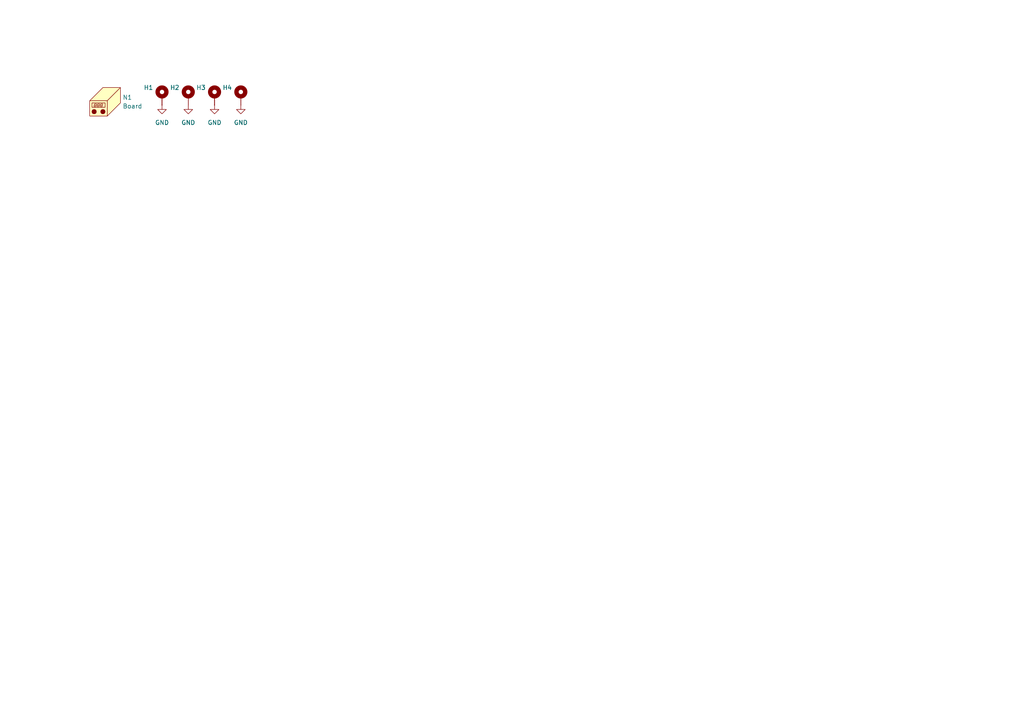
<source format=kicad_sch>
(kicad_sch (version 20250114) (generator "eeschema") (generator_version "9.0")
  (paper "A4")
  (title_block (title "WHY2025 badge") (date "2024-09-13") (rev "Prototype 2") (company "Badge.Team") (comment 1 "Copyright 2024 Nicolai Electronics") (comment 2 "License: CERN-OHL-P"))
  (lib_symbols
    (symbol "Mechanical:Housing" (pin_names (offset 1.016))
      (property "Reference" "N" (at 3.81 0 0))
      (property "Value" "Housing" (at 3.81 -1.905 0))
      (symbol "Housing_0_1"
        (polyline (pts (xy -5.715 0) (xy -0.635 0) (xy 3.175 3.81)))
        (polyline (pts (xy -5.715 0) (xy -5.715 -4.445) (xy -0.635 -4.445) (xy 3.175 -0.635) (xy 3.175 3.81) (xy -1.905 3.81) (xy -5.715 0)) (fill (type background)))
        (rectangle (start -5.08 -0.635) (end -1.27 -1.905))
        (polyline (pts (xy -4.5212 -1.5748) (xy -4.4704 -1.3716)))
        (circle (center -4.445 -3.175) (radius 0.635) (fill (type outline)))
        (polyline (pts (xy -4.4196 -1.2192) (xy -4.3688 -0.9652)))
        (polyline (pts (xy -4.4196 -1.6764) (xy -4.064 -1.6764)))
        (polyline (pts (xy -4.318 -1.3208) (xy -4.0132 -1.3208)))
        (polyline (pts (xy -4.2164 -0.9144) (xy -3.9116 -0.9144)))
        (polyline (pts (xy -3.9116 -1.6256) (xy -3.8608 -1.3716)))
        (polyline (pts (xy -3.81 -1.2192) (xy -3.7592 -0.9652)))
        (polyline (pts (xy -3.6068 -1.5748) (xy -3.556 -1.3716)))
        (polyline (pts (xy -3.5052 -1.2192) (xy -3.4544 -0.9652)))
        (polyline (pts (xy -3.5052 -1.6764) (xy -3.1496 -1.6764)))
        (polyline (pts (xy -3.4036 -1.3208) (xy -3.0988 -1.3208)))
        (polyline (pts (xy -3.302 -0.9144) (xy -2.9972 -0.9144)))
        (polyline (pts (xy -2.9972 -1.6256) (xy -2.9464 -1.3716)))
        (polyline (pts (xy -2.8956 -1.2192) (xy -2.8448 -0.9652)))
        (polyline (pts (xy -2.6924 -1.5748) (xy -2.6416 -1.3716)))
        (polyline (pts (xy -2.5908 -1.2192) (xy -2.54 -0.9652)))
        (polyline (pts (xy -2.5908 -1.6764) (xy -2.2352 -1.6764)))
        (polyline (pts (xy -2.4892 -1.3208) (xy -2.1844 -1.3208)))
        (polyline (pts (xy -2.3876 -0.9144) (xy -2.0828 -0.9144)))
        (polyline (pts (xy -2.0828 -1.6256) (xy -2.032 -1.3716)))
        (polyline (pts (xy -1.9812 -1.2192) (xy -1.9304 -0.9652)))
        (circle (center -1.905 -3.175) (radius 0.635) (fill (type outline)))
        (polyline (pts (xy -0.635 0) (xy -0.635 -4.445)))
      )
    )
    (symbol "Mechanical:MountingHole_Pad" (pin_numbers (hide yes)) (pin_names (offset 1.016) (hide yes)) (exclude_from_sim yes) (in_bom no)
      (property "Reference" "H" (at 0 6.35 0))
      (property "Value" "MountingHole_Pad" (at 0 4.445 0))
      (symbol "MountingHole_Pad_0_1"
        (circle (center 0 1.27) (radius 1.27) (stroke (width 1.27)))
      )
      (symbol "MountingHole_Pad_1_1"
        (pin input line (at 0 -2.54 90) (length 2.54) (name "1") (number "1"))
      )
    )
    (symbol "power:GND" (power) (pin_numbers (hide yes)) (pin_names (offset 0) (hide yes))
      (property "Value" "GND" (at 0 -3.81 0))
      (symbol "GND_0_1"
        (polyline (pts (xy 0 0) (xy 0 -1.27) (xy 1.27 -1.27) (xy 0 -2.54) (xy -1.27 -1.27) (xy 0 -1.27)))
      )
      (symbol "GND_1_1"
        (pin power_in line (at 0 0 270) (length 0) (name "~") (number "1"))
      )
    )
  )
  (symbol (lib_id "Mechanical:MountingHole_Pad") (at 69.85 27.94 0) (mirror y) (unit 1)
    (property "Reference" "H4" (at 67.31 25.3999 0) (effects (justify left)))
    (property "Value" "Mounting hole" (effects (hide yes)))
    (property "Footprint" "design:MountingHole_2.1mm_pad" (effects (hide yes)))
    (property "Description" "Mounting Hole with connection" (effects (hide yes)))
    (property "LCSC" "-" (effects (hide yes)))
  )
  (symbol (lib_id "power:GND") (at 54.61 30.48 0) (unit 1)
    (property "Reference" "#PWR02" (effects (hide yes)))
    (property "Value" "GND" (at 54.61 35.56 0))
    (property "Description" "Power symbol creates a global label with name \"GND\" , ground" (effects (hide yes)))
  )
  (symbol (lib_id "Mechanical:MountingHole_Pad") (at 54.61 27.94 0) (mirror y) (unit 1)
    (property "Reference" "H2" (at 52.07 25.3999 0) (effects (justify left)))
    (property "Value" "Mounting hole" (effects (hide yes)))
    (property "Footprint" "design:MountingHole_2.1mm_pad" (effects (hide yes)))
    (property "Description" "Mounting Hole with connection" (effects (hide yes)))
    (property "LCSC" "-" (effects (hide yes)))
  )
  (symbol (lib_id "power:GND") (at 69.85 30.48 0) (unit 1)
    (property "Reference" "#PWR04" (effects (hide yes)))
    (property "Value" "GND" (at 69.85 35.56 0))
    (property "Description" "Power symbol creates a global label with name \"GND\" , ground" (effects (hide yes)))
  )
  (symbol (lib_id "Mechanical:MountingHole_Pad") (at 62.23 27.94 0) (mirror y) (unit 1)
    (property "Reference" "H3" (at 59.69 25.3999 0) (effects (justify left)))
    (property "Value" "Mounting hole" (effects (hide yes)))
    (property "Footprint" "design:MountingHole_2.1mm_pad" (effects (hide yes)))
    (property "Description" "Mounting Hole with connection" (effects (hide yes)))
    (property "LCSC" "-" (effects (hide yes)))
  )
  (symbol (lib_id "power:GND") (at 46.99 30.48 0) (unit 1)
    (property "Reference" "#PWR01" (effects (hide yes)))
    (property "Value" "GND" (at 46.99 35.56 0))
    (property "Description" "Power symbol creates a global label with name \"GND\" , ground" (effects (hide yes)))
  )
  (symbol (lib_id "Mechanical:Housing") (at 31.75 29.21 0) (unit 1) (in_bom no)
    (property "Reference" "N1" (at 35.56 28.2574 0) (effects (justify left)))
    (property "Value" "Board" (at 35.56 30.7974 0) (effects (justify left)))
    (property "Footprint" "design:frontpanel_honeycomb" (effects (hide yes)))
    (property "Datasheet" "-" (effects (hide yes)))
    (property "Description" "Board" (effects (hide yes)))
    (property "LCSC" "-" (effects (hide yes)))
  )
  (symbol (lib_id "Mechanical:MountingHole_Pad") (at 46.99 27.94 0) (mirror y) (unit 1)
    (property "Reference" "H1" (at 44.45 25.4 0) (effects (justify left)))
    (property "Value" "Mounting hole" (effects (hide yes)))
    (property "Footprint" "design:MountingHole_2.1mm_pad" (effects (hide yes)))
    (property "Description" "Mounting Hole with connection" (effects (hide yes)))
    (property "LCSC" "-" (effects (hide yes)))
  )
  (symbol (lib_id "power:GND") (at 62.23 30.48 0) (unit 1)
    (property "Reference" "#PWR03" (effects (hide yes)))
    (property "Value" "GND" (at 62.23 35.56 0))
    (property "Description" "Power symbol creates a global label with name \"GND\" , ground" (effects (hide yes)))
  )
)
</source>
